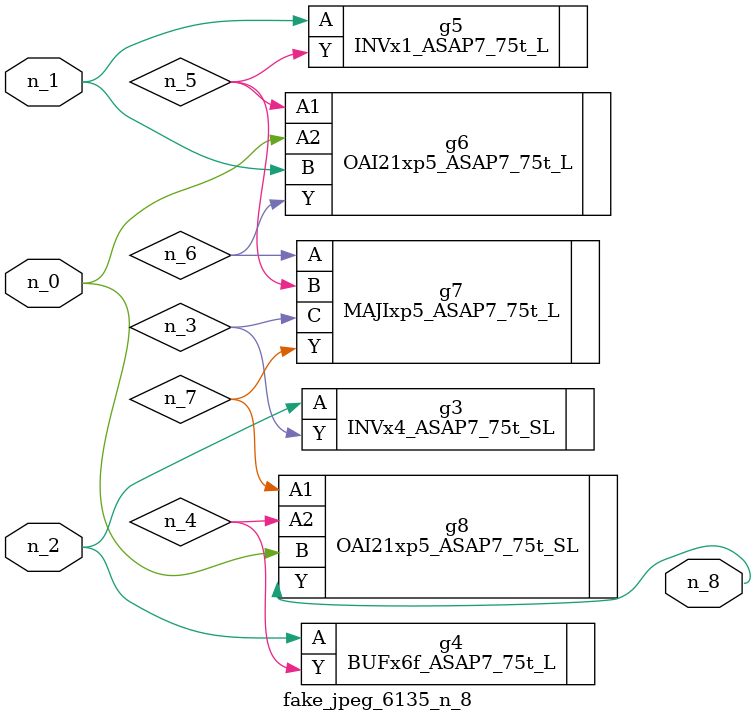
<source format=v>
module fake_jpeg_6135_n_8 (n_0, n_2, n_1, n_8);

input n_0;
input n_2;
input n_1;

output n_8;

wire n_3;
wire n_4;
wire n_6;
wire n_5;
wire n_7;

INVx4_ASAP7_75t_SL g3 ( 
.A(n_2),
.Y(n_3)
);

BUFx6f_ASAP7_75t_L g4 ( 
.A(n_2),
.Y(n_4)
);

INVx1_ASAP7_75t_L g5 ( 
.A(n_1),
.Y(n_5)
);

OAI21xp5_ASAP7_75t_L g6 ( 
.A1(n_5),
.A2(n_0),
.B(n_1),
.Y(n_6)
);

MAJIxp5_ASAP7_75t_L g7 ( 
.A(n_6),
.B(n_5),
.C(n_3),
.Y(n_7)
);

OAI21xp5_ASAP7_75t_SL g8 ( 
.A1(n_7),
.A2(n_4),
.B(n_0),
.Y(n_8)
);


endmodule
</source>
